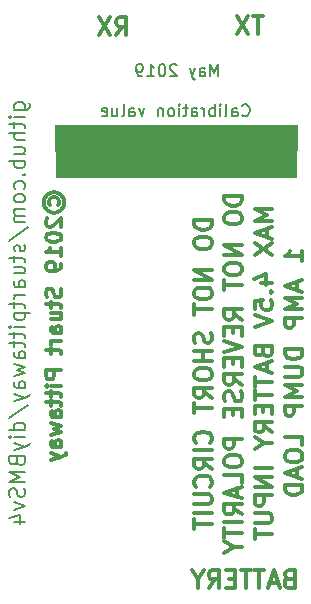
<source format=gbr>
G04 #@! TF.GenerationSoftware,KiCad,Pcbnew,(5.1.0)-1*
G04 #@! TF.CreationDate,2019-04-30T18:24:45+01:00*
G04 #@! TF.ProjectId,v4,76342e6b-6963-4616-945f-706362585858,rev?*
G04 #@! TF.SameCoordinates,Original*
G04 #@! TF.FileFunction,Legend,Bot*
G04 #@! TF.FilePolarity,Positive*
%FSLAX46Y46*%
G04 Gerber Fmt 4.6, Leading zero omitted, Abs format (unit mm)*
G04 Created by KiCad (PCBNEW (5.1.0)-1) date 2019-04-30 18:24:45*
%MOMM*%
%LPD*%
G04 APERTURE LIST*
%ADD10C,0.300000*%
%ADD11C,0.200000*%
%ADD12C,0.100000*%
G04 APERTURE END LIST*
D10*
X124260457Y-48366171D02*
X123403314Y-48366171D01*
X123831885Y-49866171D02*
X123831885Y-48366171D01*
X123046171Y-48366171D02*
X122046171Y-49866171D01*
X122046171Y-48366171D02*
X123046171Y-49866171D01*
X111867600Y-49966171D02*
X112367600Y-49251885D01*
X112724742Y-49966171D02*
X112724742Y-48466171D01*
X112153314Y-48466171D01*
X112010457Y-48537600D01*
X111939028Y-48609028D01*
X111867600Y-48751885D01*
X111867600Y-48966171D01*
X111939028Y-49109028D01*
X112010457Y-49180457D01*
X112153314Y-49251885D01*
X112724742Y-49251885D01*
X111367600Y-48466171D02*
X110367600Y-49966171D01*
X110367600Y-48466171D02*
X111367600Y-49966171D01*
D11*
X122523257Y-56741942D02*
X122570876Y-56789561D01*
X122713733Y-56837180D01*
X122808971Y-56837180D01*
X122951828Y-56789561D01*
X123047066Y-56694323D01*
X123094685Y-56599085D01*
X123142304Y-56408609D01*
X123142304Y-56265752D01*
X123094685Y-56075276D01*
X123047066Y-55980038D01*
X122951828Y-55884800D01*
X122808971Y-55837180D01*
X122713733Y-55837180D01*
X122570876Y-55884800D01*
X122523257Y-55932419D01*
X121666114Y-56837180D02*
X121666114Y-56313371D01*
X121713733Y-56218133D01*
X121808971Y-56170514D01*
X121999447Y-56170514D01*
X122094685Y-56218133D01*
X121666114Y-56789561D02*
X121761352Y-56837180D01*
X121999447Y-56837180D01*
X122094685Y-56789561D01*
X122142304Y-56694323D01*
X122142304Y-56599085D01*
X122094685Y-56503847D01*
X121999447Y-56456228D01*
X121761352Y-56456228D01*
X121666114Y-56408609D01*
X121047066Y-56837180D02*
X121142304Y-56789561D01*
X121189923Y-56694323D01*
X121189923Y-55837180D01*
X120666114Y-56837180D02*
X120666114Y-56170514D01*
X120666114Y-55837180D02*
X120713733Y-55884800D01*
X120666114Y-55932419D01*
X120618495Y-55884800D01*
X120666114Y-55837180D01*
X120666114Y-55932419D01*
X120189923Y-56837180D02*
X120189923Y-55837180D01*
X120189923Y-56218133D02*
X120094685Y-56170514D01*
X119904209Y-56170514D01*
X119808971Y-56218133D01*
X119761352Y-56265752D01*
X119713733Y-56360990D01*
X119713733Y-56646704D01*
X119761352Y-56741942D01*
X119808971Y-56789561D01*
X119904209Y-56837180D01*
X120094685Y-56837180D01*
X120189923Y-56789561D01*
X119285161Y-56837180D02*
X119285161Y-56170514D01*
X119285161Y-56360990D02*
X119237542Y-56265752D01*
X119189923Y-56218133D01*
X119094685Y-56170514D01*
X118999447Y-56170514D01*
X118237542Y-56837180D02*
X118237542Y-56313371D01*
X118285161Y-56218133D01*
X118380400Y-56170514D01*
X118570876Y-56170514D01*
X118666114Y-56218133D01*
X118237542Y-56789561D02*
X118332780Y-56837180D01*
X118570876Y-56837180D01*
X118666114Y-56789561D01*
X118713733Y-56694323D01*
X118713733Y-56599085D01*
X118666114Y-56503847D01*
X118570876Y-56456228D01*
X118332780Y-56456228D01*
X118237542Y-56408609D01*
X117904209Y-56170514D02*
X117523257Y-56170514D01*
X117761352Y-55837180D02*
X117761352Y-56694323D01*
X117713733Y-56789561D01*
X117618495Y-56837180D01*
X117523257Y-56837180D01*
X117189923Y-56837180D02*
X117189923Y-56170514D01*
X117189923Y-55837180D02*
X117237542Y-55884800D01*
X117189923Y-55932419D01*
X117142304Y-55884800D01*
X117189923Y-55837180D01*
X117189923Y-55932419D01*
X116570876Y-56837180D02*
X116666114Y-56789561D01*
X116713733Y-56741942D01*
X116761352Y-56646704D01*
X116761352Y-56360990D01*
X116713733Y-56265752D01*
X116666114Y-56218133D01*
X116570876Y-56170514D01*
X116428019Y-56170514D01*
X116332780Y-56218133D01*
X116285161Y-56265752D01*
X116237542Y-56360990D01*
X116237542Y-56646704D01*
X116285161Y-56741942D01*
X116332780Y-56789561D01*
X116428019Y-56837180D01*
X116570876Y-56837180D01*
X115808971Y-56170514D02*
X115808971Y-56837180D01*
X115808971Y-56265752D02*
X115761352Y-56218133D01*
X115666114Y-56170514D01*
X115523257Y-56170514D01*
X115428019Y-56218133D01*
X115380400Y-56313371D01*
X115380400Y-56837180D01*
X114237542Y-56170514D02*
X113999447Y-56837180D01*
X113761352Y-56170514D01*
X112951828Y-56837180D02*
X112951828Y-56313371D01*
X112999447Y-56218133D01*
X113094685Y-56170514D01*
X113285161Y-56170514D01*
X113380400Y-56218133D01*
X112951828Y-56789561D02*
X113047066Y-56837180D01*
X113285161Y-56837180D01*
X113380400Y-56789561D01*
X113428019Y-56694323D01*
X113428019Y-56599085D01*
X113380400Y-56503847D01*
X113285161Y-56456228D01*
X113047066Y-56456228D01*
X112951828Y-56408609D01*
X112332780Y-56837180D02*
X112428019Y-56789561D01*
X112475638Y-56694323D01*
X112475638Y-55837180D01*
X111523257Y-56170514D02*
X111523257Y-56837180D01*
X111951828Y-56170514D02*
X111951828Y-56694323D01*
X111904209Y-56789561D01*
X111808971Y-56837180D01*
X111666114Y-56837180D01*
X111570876Y-56789561D01*
X111523257Y-56741942D01*
X110666114Y-56789561D02*
X110761352Y-56837180D01*
X110951828Y-56837180D01*
X111047066Y-56789561D01*
X111094685Y-56694323D01*
X111094685Y-56313371D01*
X111047066Y-56218133D01*
X110951828Y-56170514D01*
X110761352Y-56170514D01*
X110666114Y-56218133D01*
X110618495Y-56313371D01*
X110618495Y-56408609D01*
X111094685Y-56503847D01*
D12*
G36*
X127103000Y-61987600D02*
G01*
X106732200Y-61987600D01*
X106669600Y-57553200D01*
X127142000Y-57553200D01*
X127103000Y-61987600D01*
G37*
X127103000Y-61987600D02*
X106732200Y-61987600D01*
X106669600Y-57553200D01*
X127142000Y-57553200D01*
X127103000Y-61987600D01*
D10*
X119971171Y-65623314D02*
X118471171Y-65623314D01*
X118471171Y-65980457D01*
X118542600Y-66194742D01*
X118685457Y-66337600D01*
X118828314Y-66409028D01*
X119114028Y-66480457D01*
X119328314Y-66480457D01*
X119614028Y-66409028D01*
X119756885Y-66337600D01*
X119899742Y-66194742D01*
X119971171Y-65980457D01*
X119971171Y-65623314D01*
X118471171Y-67409028D02*
X118471171Y-67694742D01*
X118542600Y-67837600D01*
X118685457Y-67980457D01*
X118971171Y-68051885D01*
X119471171Y-68051885D01*
X119756885Y-67980457D01*
X119899742Y-67837600D01*
X119971171Y-67694742D01*
X119971171Y-67409028D01*
X119899742Y-67266171D01*
X119756885Y-67123314D01*
X119471171Y-67051885D01*
X118971171Y-67051885D01*
X118685457Y-67123314D01*
X118542600Y-67266171D01*
X118471171Y-67409028D01*
X119971171Y-69837600D02*
X118471171Y-69837600D01*
X119971171Y-70694742D01*
X118471171Y-70694742D01*
X118471171Y-71694742D02*
X118471171Y-71980457D01*
X118542600Y-72123314D01*
X118685457Y-72266171D01*
X118971171Y-72337600D01*
X119471171Y-72337600D01*
X119756885Y-72266171D01*
X119899742Y-72123314D01*
X119971171Y-71980457D01*
X119971171Y-71694742D01*
X119899742Y-71551885D01*
X119756885Y-71409028D01*
X119471171Y-71337600D01*
X118971171Y-71337600D01*
X118685457Y-71409028D01*
X118542600Y-71551885D01*
X118471171Y-71694742D01*
X118471171Y-72766171D02*
X118471171Y-73623314D01*
X119971171Y-73194742D02*
X118471171Y-73194742D01*
X119899742Y-75194742D02*
X119971171Y-75409028D01*
X119971171Y-75766171D01*
X119899742Y-75909028D01*
X119828314Y-75980457D01*
X119685457Y-76051885D01*
X119542600Y-76051885D01*
X119399742Y-75980457D01*
X119328314Y-75909028D01*
X119256885Y-75766171D01*
X119185457Y-75480457D01*
X119114028Y-75337599D01*
X119042600Y-75266171D01*
X118899742Y-75194742D01*
X118756885Y-75194742D01*
X118614028Y-75266171D01*
X118542600Y-75337599D01*
X118471171Y-75480457D01*
X118471171Y-75837599D01*
X118542600Y-76051885D01*
X119971171Y-76694742D02*
X118471171Y-76694742D01*
X119185457Y-76694742D02*
X119185457Y-77551885D01*
X119971171Y-77551885D02*
X118471171Y-77551885D01*
X118471171Y-78551885D02*
X118471171Y-78837599D01*
X118542600Y-78980457D01*
X118685457Y-79123314D01*
X118971171Y-79194742D01*
X119471171Y-79194742D01*
X119756885Y-79123314D01*
X119899742Y-78980457D01*
X119971171Y-78837599D01*
X119971171Y-78551885D01*
X119899742Y-78409028D01*
X119756885Y-78266171D01*
X119471171Y-78194742D01*
X118971171Y-78194742D01*
X118685457Y-78266171D01*
X118542600Y-78409028D01*
X118471171Y-78551885D01*
X119971171Y-80694742D02*
X119256885Y-80194742D01*
X119971171Y-79837599D02*
X118471171Y-79837599D01*
X118471171Y-80409028D01*
X118542600Y-80551885D01*
X118614028Y-80623314D01*
X118756885Y-80694742D01*
X118971171Y-80694742D01*
X119114028Y-80623314D01*
X119185457Y-80551885D01*
X119256885Y-80409028D01*
X119256885Y-79837599D01*
X118471171Y-81123314D02*
X118471171Y-81980457D01*
X119971171Y-81551885D02*
X118471171Y-81551885D01*
X119828314Y-84480457D02*
X119899742Y-84409028D01*
X119971171Y-84194742D01*
X119971171Y-84051885D01*
X119899742Y-83837599D01*
X119756885Y-83694742D01*
X119614028Y-83623314D01*
X119328314Y-83551885D01*
X119114028Y-83551885D01*
X118828314Y-83623314D01*
X118685457Y-83694742D01*
X118542600Y-83837599D01*
X118471171Y-84051885D01*
X118471171Y-84194742D01*
X118542600Y-84409028D01*
X118614028Y-84480457D01*
X119971171Y-85123314D02*
X118471171Y-85123314D01*
X119971171Y-86694742D02*
X119256885Y-86194742D01*
X119971171Y-85837599D02*
X118471171Y-85837599D01*
X118471171Y-86409028D01*
X118542600Y-86551885D01*
X118614028Y-86623314D01*
X118756885Y-86694742D01*
X118971171Y-86694742D01*
X119114028Y-86623314D01*
X119185457Y-86551885D01*
X119256885Y-86409028D01*
X119256885Y-85837599D01*
X119828314Y-88194742D02*
X119899742Y-88123314D01*
X119971171Y-87909028D01*
X119971171Y-87766171D01*
X119899742Y-87551885D01*
X119756885Y-87409028D01*
X119614028Y-87337599D01*
X119328314Y-87266171D01*
X119114028Y-87266171D01*
X118828314Y-87337599D01*
X118685457Y-87409028D01*
X118542600Y-87551885D01*
X118471171Y-87766171D01*
X118471171Y-87909028D01*
X118542600Y-88123314D01*
X118614028Y-88194742D01*
X118471171Y-88837599D02*
X119685457Y-88837599D01*
X119828314Y-88909028D01*
X119899742Y-88980457D01*
X119971171Y-89123314D01*
X119971171Y-89409028D01*
X119899742Y-89551885D01*
X119828314Y-89623314D01*
X119685457Y-89694742D01*
X118471171Y-89694742D01*
X119971171Y-90409028D02*
X118471171Y-90409028D01*
X118471171Y-90909028D02*
X118471171Y-91766171D01*
X119971171Y-91337599D02*
X118471171Y-91337599D01*
X122521171Y-63551885D02*
X121021171Y-63551885D01*
X121021171Y-63909028D01*
X121092600Y-64123314D01*
X121235457Y-64266171D01*
X121378314Y-64337600D01*
X121664028Y-64409028D01*
X121878314Y-64409028D01*
X122164028Y-64337600D01*
X122306885Y-64266171D01*
X122449742Y-64123314D01*
X122521171Y-63909028D01*
X122521171Y-63551885D01*
X121021171Y-65337600D02*
X121021171Y-65623314D01*
X121092600Y-65766171D01*
X121235457Y-65909028D01*
X121521171Y-65980457D01*
X122021171Y-65980457D01*
X122306885Y-65909028D01*
X122449742Y-65766171D01*
X122521171Y-65623314D01*
X122521171Y-65337600D01*
X122449742Y-65194742D01*
X122306885Y-65051885D01*
X122021171Y-64980457D01*
X121521171Y-64980457D01*
X121235457Y-65051885D01*
X121092600Y-65194742D01*
X121021171Y-65337600D01*
X122521171Y-67766171D02*
X121021171Y-67766171D01*
X122521171Y-68623314D01*
X121021171Y-68623314D01*
X121021171Y-69623314D02*
X121021171Y-69909028D01*
X121092600Y-70051885D01*
X121235457Y-70194742D01*
X121521171Y-70266171D01*
X122021171Y-70266171D01*
X122306885Y-70194742D01*
X122449742Y-70051885D01*
X122521171Y-69909028D01*
X122521171Y-69623314D01*
X122449742Y-69480457D01*
X122306885Y-69337600D01*
X122021171Y-69266171D01*
X121521171Y-69266171D01*
X121235457Y-69337600D01*
X121092600Y-69480457D01*
X121021171Y-69623314D01*
X121021171Y-70694742D02*
X121021171Y-71551885D01*
X122521171Y-71123314D02*
X121021171Y-71123314D01*
X122521171Y-74051885D02*
X121806885Y-73551885D01*
X122521171Y-73194742D02*
X121021171Y-73194742D01*
X121021171Y-73766171D01*
X121092600Y-73909028D01*
X121164028Y-73980457D01*
X121306885Y-74051885D01*
X121521171Y-74051885D01*
X121664028Y-73980457D01*
X121735457Y-73909028D01*
X121806885Y-73766171D01*
X121806885Y-73194742D01*
X121735457Y-74694742D02*
X121735457Y-75194742D01*
X122521171Y-75409028D02*
X122521171Y-74694742D01*
X121021171Y-74694742D01*
X121021171Y-75409028D01*
X121021171Y-75837600D02*
X122521171Y-76337600D01*
X121021171Y-76837600D01*
X121735457Y-77337600D02*
X121735457Y-77837600D01*
X122521171Y-78051885D02*
X122521171Y-77337600D01*
X121021171Y-77337600D01*
X121021171Y-78051885D01*
X122521171Y-79551885D02*
X121806885Y-79051885D01*
X122521171Y-78694742D02*
X121021171Y-78694742D01*
X121021171Y-79266171D01*
X121092600Y-79409028D01*
X121164028Y-79480457D01*
X121306885Y-79551885D01*
X121521171Y-79551885D01*
X121664028Y-79480457D01*
X121735457Y-79409028D01*
X121806885Y-79266171D01*
X121806885Y-78694742D01*
X122449742Y-80123314D02*
X122521171Y-80337600D01*
X122521171Y-80694742D01*
X122449742Y-80837600D01*
X122378314Y-80909028D01*
X122235457Y-80980457D01*
X122092600Y-80980457D01*
X121949742Y-80909028D01*
X121878314Y-80837600D01*
X121806885Y-80694742D01*
X121735457Y-80409028D01*
X121664028Y-80266171D01*
X121592600Y-80194742D01*
X121449742Y-80123314D01*
X121306885Y-80123314D01*
X121164028Y-80194742D01*
X121092600Y-80266171D01*
X121021171Y-80409028D01*
X121021171Y-80766171D01*
X121092600Y-80980457D01*
X121735457Y-81623314D02*
X121735457Y-82123314D01*
X122521171Y-82337600D02*
X122521171Y-81623314D01*
X121021171Y-81623314D01*
X121021171Y-82337600D01*
X122521171Y-84123314D02*
X121021171Y-84123314D01*
X121021171Y-84694742D01*
X121092600Y-84837600D01*
X121164028Y-84909028D01*
X121306885Y-84980457D01*
X121521171Y-84980457D01*
X121664028Y-84909028D01*
X121735457Y-84837600D01*
X121806885Y-84694742D01*
X121806885Y-84123314D01*
X121021171Y-85909028D02*
X121021171Y-86194742D01*
X121092600Y-86337600D01*
X121235457Y-86480457D01*
X121521171Y-86551885D01*
X122021171Y-86551885D01*
X122306885Y-86480457D01*
X122449742Y-86337600D01*
X122521171Y-86194742D01*
X122521171Y-85909028D01*
X122449742Y-85766171D01*
X122306885Y-85623314D01*
X122021171Y-85551885D01*
X121521171Y-85551885D01*
X121235457Y-85623314D01*
X121092600Y-85766171D01*
X121021171Y-85909028D01*
X122521171Y-87909028D02*
X122521171Y-87194742D01*
X121021171Y-87194742D01*
X122092600Y-88337600D02*
X122092600Y-89051885D01*
X122521171Y-88194742D02*
X121021171Y-88694742D01*
X122521171Y-89194742D01*
X122521171Y-90551885D02*
X121806885Y-90051885D01*
X122521171Y-89694742D02*
X121021171Y-89694742D01*
X121021171Y-90266171D01*
X121092600Y-90409028D01*
X121164028Y-90480457D01*
X121306885Y-90551885D01*
X121521171Y-90551885D01*
X121664028Y-90480457D01*
X121735457Y-90409028D01*
X121806885Y-90266171D01*
X121806885Y-89694742D01*
X122521171Y-91194742D02*
X121021171Y-91194742D01*
X121021171Y-91694742D02*
X121021171Y-92551885D01*
X122521171Y-92123314D02*
X121021171Y-92123314D01*
X121806885Y-93337600D02*
X122521171Y-93337600D01*
X121021171Y-92837600D02*
X121806885Y-93337600D01*
X121021171Y-93837600D01*
X125071171Y-64730457D02*
X123571171Y-64730457D01*
X124642600Y-65230457D01*
X123571171Y-65730457D01*
X125071171Y-65730457D01*
X124642600Y-66373314D02*
X124642600Y-67087600D01*
X125071171Y-66230457D02*
X123571171Y-66730457D01*
X125071171Y-67230457D01*
X123571171Y-67587600D02*
X125071171Y-68587600D01*
X123571171Y-68587600D02*
X125071171Y-67587600D01*
X124071171Y-70944742D02*
X125071171Y-70944742D01*
X123499742Y-70587600D02*
X124571171Y-70230457D01*
X124571171Y-71159028D01*
X124928314Y-71730457D02*
X124999742Y-71801885D01*
X125071171Y-71730457D01*
X124999742Y-71659028D01*
X124928314Y-71730457D01*
X125071171Y-71730457D01*
X123571171Y-73159028D02*
X123571171Y-72444742D01*
X124285457Y-72373314D01*
X124214028Y-72444742D01*
X124142600Y-72587600D01*
X124142600Y-72944742D01*
X124214028Y-73087600D01*
X124285457Y-73159028D01*
X124428314Y-73230457D01*
X124785457Y-73230457D01*
X124928314Y-73159028D01*
X124999742Y-73087600D01*
X125071171Y-72944742D01*
X125071171Y-72587600D01*
X124999742Y-72444742D01*
X124928314Y-72373314D01*
X123571171Y-73659028D02*
X125071171Y-74159028D01*
X123571171Y-74659028D01*
X124285457Y-76801885D02*
X124356885Y-77016171D01*
X124428314Y-77087600D01*
X124571171Y-77159028D01*
X124785457Y-77159028D01*
X124928314Y-77087600D01*
X124999742Y-77016171D01*
X125071171Y-76873314D01*
X125071171Y-76301885D01*
X123571171Y-76301885D01*
X123571171Y-76801885D01*
X123642600Y-76944742D01*
X123714028Y-77016171D01*
X123856885Y-77087600D01*
X123999742Y-77087600D01*
X124142600Y-77016171D01*
X124214028Y-76944742D01*
X124285457Y-76801885D01*
X124285457Y-76301885D01*
X124642600Y-77730457D02*
X124642600Y-78444742D01*
X125071171Y-77587600D02*
X123571171Y-78087600D01*
X125071171Y-78587600D01*
X123571171Y-78873314D02*
X123571171Y-79730457D01*
X125071171Y-79301885D02*
X123571171Y-79301885D01*
X123571171Y-80016171D02*
X123571171Y-80873314D01*
X125071171Y-80444742D02*
X123571171Y-80444742D01*
X124285457Y-81373314D02*
X124285457Y-81873314D01*
X125071171Y-82087600D02*
X125071171Y-81373314D01*
X123571171Y-81373314D01*
X123571171Y-82087600D01*
X125071171Y-83587600D02*
X124356885Y-83087600D01*
X125071171Y-82730457D02*
X123571171Y-82730457D01*
X123571171Y-83301885D01*
X123642600Y-83444742D01*
X123714028Y-83516171D01*
X123856885Y-83587600D01*
X124071171Y-83587600D01*
X124214028Y-83516171D01*
X124285457Y-83444742D01*
X124356885Y-83301885D01*
X124356885Y-82730457D01*
X124356885Y-84516171D02*
X125071171Y-84516171D01*
X123571171Y-84016171D02*
X124356885Y-84516171D01*
X123571171Y-85016171D01*
X125071171Y-86659028D02*
X123571171Y-86659028D01*
X125071171Y-87373314D02*
X123571171Y-87373314D01*
X125071171Y-88230457D01*
X123571171Y-88230457D01*
X125071171Y-88944742D02*
X123571171Y-88944742D01*
X123571171Y-89516171D01*
X123642600Y-89659028D01*
X123714028Y-89730457D01*
X123856885Y-89801885D01*
X124071171Y-89801885D01*
X124214028Y-89730457D01*
X124285457Y-89659028D01*
X124356885Y-89516171D01*
X124356885Y-88944742D01*
X123571171Y-90444742D02*
X124785457Y-90444742D01*
X124928314Y-90516171D01*
X124999742Y-90587600D01*
X125071171Y-90730457D01*
X125071171Y-91016171D01*
X124999742Y-91159028D01*
X124928314Y-91230457D01*
X124785457Y-91301885D01*
X123571171Y-91301885D01*
X123571171Y-91801885D02*
X123571171Y-92659028D01*
X125071171Y-92230457D02*
X123571171Y-92230457D01*
X127621171Y-69123314D02*
X127621171Y-68266171D01*
X127621171Y-68694742D02*
X126121171Y-68694742D01*
X126335457Y-68551885D01*
X126478314Y-68409028D01*
X126549742Y-68266171D01*
X127192600Y-70837600D02*
X127192600Y-71551885D01*
X127621171Y-70694742D02*
X126121171Y-71194742D01*
X127621171Y-71694742D01*
X127621171Y-72194742D02*
X126121171Y-72194742D01*
X127192600Y-72694742D01*
X126121171Y-73194742D01*
X127621171Y-73194742D01*
X127621171Y-73909028D02*
X126121171Y-73909028D01*
X126121171Y-74480457D01*
X126192600Y-74623314D01*
X126264028Y-74694742D01*
X126406885Y-74766171D01*
X126621171Y-74766171D01*
X126764028Y-74694742D01*
X126835457Y-74623314D01*
X126906885Y-74480457D01*
X126906885Y-73909028D01*
X127621171Y-76551885D02*
X126121171Y-76551885D01*
X126121171Y-76909028D01*
X126192600Y-77123314D01*
X126335457Y-77266171D01*
X126478314Y-77337600D01*
X126764028Y-77409028D01*
X126978314Y-77409028D01*
X127264028Y-77337600D01*
X127406885Y-77266171D01*
X127549742Y-77123314D01*
X127621171Y-76909028D01*
X127621171Y-76551885D01*
X126121171Y-78051885D02*
X127335457Y-78051885D01*
X127478314Y-78123314D01*
X127549742Y-78194742D01*
X127621171Y-78337600D01*
X127621171Y-78623314D01*
X127549742Y-78766171D01*
X127478314Y-78837600D01*
X127335457Y-78909028D01*
X126121171Y-78909028D01*
X127621171Y-79623314D02*
X126121171Y-79623314D01*
X127192600Y-80123314D01*
X126121171Y-80623314D01*
X127621171Y-80623314D01*
X127621171Y-81337600D02*
X126121171Y-81337600D01*
X126121171Y-81909028D01*
X126192600Y-82051885D01*
X126264028Y-82123314D01*
X126406885Y-82194742D01*
X126621171Y-82194742D01*
X126764028Y-82123314D01*
X126835457Y-82051885D01*
X126906885Y-81909028D01*
X126906885Y-81337600D01*
X127621171Y-84694742D02*
X127621171Y-83980457D01*
X126121171Y-83980457D01*
X126121171Y-85480457D02*
X126121171Y-85766171D01*
X126192600Y-85909028D01*
X126335457Y-86051885D01*
X126621171Y-86123314D01*
X127121171Y-86123314D01*
X127406885Y-86051885D01*
X127549742Y-85909028D01*
X127621171Y-85766171D01*
X127621171Y-85480457D01*
X127549742Y-85337600D01*
X127406885Y-85194742D01*
X127121171Y-85123314D01*
X126621171Y-85123314D01*
X126335457Y-85194742D01*
X126192600Y-85337600D01*
X126121171Y-85480457D01*
X127192600Y-86694742D02*
X127192600Y-87409028D01*
X127621171Y-86551885D02*
X126121171Y-87051885D01*
X127621171Y-87551885D01*
X127621171Y-88051885D02*
X126121171Y-88051885D01*
X126121171Y-88409028D01*
X126192600Y-88623314D01*
X126335457Y-88766171D01*
X126478314Y-88837600D01*
X126764028Y-88909028D01*
X126978314Y-88909028D01*
X127264028Y-88837600D01*
X127406885Y-88766171D01*
X127549742Y-88623314D01*
X127621171Y-88409028D01*
X127621171Y-88051885D01*
D11*
X120490457Y-53439980D02*
X120490457Y-52439980D01*
X120157123Y-53154266D01*
X119823790Y-52439980D01*
X119823790Y-53439980D01*
X118919028Y-53439980D02*
X118919028Y-52916171D01*
X118966647Y-52820933D01*
X119061885Y-52773314D01*
X119252361Y-52773314D01*
X119347600Y-52820933D01*
X118919028Y-53392361D02*
X119014266Y-53439980D01*
X119252361Y-53439980D01*
X119347600Y-53392361D01*
X119395219Y-53297123D01*
X119395219Y-53201885D01*
X119347600Y-53106647D01*
X119252361Y-53059028D01*
X119014266Y-53059028D01*
X118919028Y-53011409D01*
X118538076Y-52773314D02*
X118299980Y-53439980D01*
X118061885Y-52773314D02*
X118299980Y-53439980D01*
X118395219Y-53678076D01*
X118442838Y-53725695D01*
X118538076Y-53773314D01*
X116966647Y-52535219D02*
X116919028Y-52487600D01*
X116823790Y-52439980D01*
X116585695Y-52439980D01*
X116490457Y-52487600D01*
X116442838Y-52535219D01*
X116395219Y-52630457D01*
X116395219Y-52725695D01*
X116442838Y-52868552D01*
X117014266Y-53439980D01*
X116395219Y-53439980D01*
X115776171Y-52439980D02*
X115680933Y-52439980D01*
X115585695Y-52487600D01*
X115538076Y-52535219D01*
X115490457Y-52630457D01*
X115442838Y-52820933D01*
X115442838Y-53059028D01*
X115490457Y-53249504D01*
X115538076Y-53344742D01*
X115585695Y-53392361D01*
X115680933Y-53439980D01*
X115776171Y-53439980D01*
X115871409Y-53392361D01*
X115919028Y-53344742D01*
X115966647Y-53249504D01*
X116014266Y-53059028D01*
X116014266Y-52820933D01*
X115966647Y-52630457D01*
X115919028Y-52535219D01*
X115871409Y-52487600D01*
X115776171Y-52439980D01*
X114490457Y-53439980D02*
X115061885Y-53439980D01*
X114776171Y-53439980D02*
X114776171Y-52439980D01*
X114871409Y-52582838D01*
X114966647Y-52678076D01*
X115061885Y-52725695D01*
X114014266Y-53439980D02*
X113823790Y-53439980D01*
X113728552Y-53392361D01*
X113680933Y-53344742D01*
X113585695Y-53201885D01*
X113538076Y-53011409D01*
X113538076Y-52630457D01*
X113585695Y-52535219D01*
X113633314Y-52487600D01*
X113728552Y-52439980D01*
X113919028Y-52439980D01*
X114014266Y-52487600D01*
X114061885Y-52535219D01*
X114109504Y-52630457D01*
X114109504Y-52868552D01*
X114061885Y-52963790D01*
X114014266Y-53011409D01*
X113919028Y-53059028D01*
X113728552Y-53059028D01*
X113633314Y-53011409D01*
X113585695Y-52963790D01*
X113538076Y-52868552D01*
D10*
X126467600Y-95980457D02*
X126253314Y-96051885D01*
X126181885Y-96123314D01*
X126110457Y-96266171D01*
X126110457Y-96480457D01*
X126181885Y-96623314D01*
X126253314Y-96694742D01*
X126396171Y-96766171D01*
X126967600Y-96766171D01*
X126967600Y-95266171D01*
X126467600Y-95266171D01*
X126324742Y-95337600D01*
X126253314Y-95409028D01*
X126181885Y-95551885D01*
X126181885Y-95694742D01*
X126253314Y-95837600D01*
X126324742Y-95909028D01*
X126467600Y-95980457D01*
X126967600Y-95980457D01*
X125539028Y-96337600D02*
X124824742Y-96337600D01*
X125681885Y-96766171D02*
X125181885Y-95266171D01*
X124681885Y-96766171D01*
X124396171Y-95266171D02*
X123539028Y-95266171D01*
X123967600Y-96766171D02*
X123967600Y-95266171D01*
X123253314Y-95266171D02*
X122396171Y-95266171D01*
X122824742Y-96766171D02*
X122824742Y-95266171D01*
X121896171Y-95980457D02*
X121396171Y-95980457D01*
X121181885Y-96766171D02*
X121896171Y-96766171D01*
X121896171Y-95266171D01*
X121181885Y-95266171D01*
X119681885Y-96766171D02*
X120181885Y-96051885D01*
X120539028Y-96766171D02*
X120539028Y-95266171D01*
X119967600Y-95266171D01*
X119824742Y-95337600D01*
X119753314Y-95409028D01*
X119681885Y-95551885D01*
X119681885Y-95766171D01*
X119753314Y-95909028D01*
X119824742Y-95980457D01*
X119967600Y-96051885D01*
X120539028Y-96051885D01*
X118753314Y-96051885D02*
X118753314Y-96766171D01*
X119253314Y-95266171D02*
X118753314Y-96051885D01*
X118253314Y-95266171D01*
D11*
X103239028Y-56278076D02*
X104291409Y-56278076D01*
X104415219Y-56216171D01*
X104477123Y-56154266D01*
X104539028Y-56030457D01*
X104539028Y-55844742D01*
X104477123Y-55720933D01*
X104043790Y-56278076D02*
X104105695Y-56154266D01*
X104105695Y-55906647D01*
X104043790Y-55782838D01*
X103981885Y-55720933D01*
X103858076Y-55659028D01*
X103486647Y-55659028D01*
X103362838Y-55720933D01*
X103300933Y-55782838D01*
X103239028Y-55906647D01*
X103239028Y-56154266D01*
X103300933Y-56278076D01*
X104105695Y-56897123D02*
X103239028Y-56897123D01*
X102805695Y-56897123D02*
X102867600Y-56835219D01*
X102929504Y-56897123D01*
X102867600Y-56959028D01*
X102805695Y-56897123D01*
X102929504Y-56897123D01*
X103239028Y-57330457D02*
X103239028Y-57825695D01*
X102805695Y-57516171D02*
X103919980Y-57516171D01*
X104043790Y-57578076D01*
X104105695Y-57701885D01*
X104105695Y-57825695D01*
X104105695Y-58259028D02*
X102805695Y-58259028D01*
X104105695Y-58816171D02*
X103424742Y-58816171D01*
X103300933Y-58754266D01*
X103239028Y-58630457D01*
X103239028Y-58444742D01*
X103300933Y-58320933D01*
X103362838Y-58259028D01*
X103239028Y-59992361D02*
X104105695Y-59992361D01*
X103239028Y-59435219D02*
X103919980Y-59435219D01*
X104043790Y-59497123D01*
X104105695Y-59620933D01*
X104105695Y-59806647D01*
X104043790Y-59930457D01*
X103981885Y-59992361D01*
X104105695Y-60611409D02*
X102805695Y-60611409D01*
X103300933Y-60611409D02*
X103239028Y-60735219D01*
X103239028Y-60982838D01*
X103300933Y-61106647D01*
X103362838Y-61168552D01*
X103486647Y-61230457D01*
X103858076Y-61230457D01*
X103981885Y-61168552D01*
X104043790Y-61106647D01*
X104105695Y-60982838D01*
X104105695Y-60735219D01*
X104043790Y-60611409D01*
X103981885Y-61787600D02*
X104043790Y-61849504D01*
X104105695Y-61787600D01*
X104043790Y-61725695D01*
X103981885Y-61787600D01*
X104105695Y-61787600D01*
X104043790Y-62963790D02*
X104105695Y-62839980D01*
X104105695Y-62592361D01*
X104043790Y-62468552D01*
X103981885Y-62406647D01*
X103858076Y-62344742D01*
X103486647Y-62344742D01*
X103362838Y-62406647D01*
X103300933Y-62468552D01*
X103239028Y-62592361D01*
X103239028Y-62839980D01*
X103300933Y-62963790D01*
X104105695Y-63706647D02*
X104043790Y-63582838D01*
X103981885Y-63520933D01*
X103858076Y-63459028D01*
X103486647Y-63459028D01*
X103362838Y-63520933D01*
X103300933Y-63582838D01*
X103239028Y-63706647D01*
X103239028Y-63892361D01*
X103300933Y-64016171D01*
X103362838Y-64078076D01*
X103486647Y-64139980D01*
X103858076Y-64139980D01*
X103981885Y-64078076D01*
X104043790Y-64016171D01*
X104105695Y-63892361D01*
X104105695Y-63706647D01*
X104105695Y-64697123D02*
X103239028Y-64697123D01*
X103362838Y-64697123D02*
X103300933Y-64759028D01*
X103239028Y-64882838D01*
X103239028Y-65068552D01*
X103300933Y-65192361D01*
X103424742Y-65254266D01*
X104105695Y-65254266D01*
X103424742Y-65254266D02*
X103300933Y-65316171D01*
X103239028Y-65439980D01*
X103239028Y-65625695D01*
X103300933Y-65749504D01*
X103424742Y-65811409D01*
X104105695Y-65811409D01*
X102743790Y-67359028D02*
X104415219Y-66244742D01*
X104043790Y-67730457D02*
X104105695Y-67854266D01*
X104105695Y-68101885D01*
X104043790Y-68225695D01*
X103919980Y-68287600D01*
X103858076Y-68287600D01*
X103734266Y-68225695D01*
X103672361Y-68101885D01*
X103672361Y-67916171D01*
X103610457Y-67792361D01*
X103486647Y-67730457D01*
X103424742Y-67730457D01*
X103300933Y-67792361D01*
X103239028Y-67916171D01*
X103239028Y-68101885D01*
X103300933Y-68225695D01*
X103239028Y-68659028D02*
X103239028Y-69154266D01*
X102805695Y-68844742D02*
X103919980Y-68844742D01*
X104043790Y-68906647D01*
X104105695Y-69030457D01*
X104105695Y-69154266D01*
X103239028Y-70144742D02*
X104105695Y-70144742D01*
X103239028Y-69587600D02*
X103919980Y-69587600D01*
X104043790Y-69649504D01*
X104105695Y-69773314D01*
X104105695Y-69959028D01*
X104043790Y-70082838D01*
X103981885Y-70144742D01*
X104105695Y-71320933D02*
X103424742Y-71320933D01*
X103300933Y-71259028D01*
X103239028Y-71135219D01*
X103239028Y-70887600D01*
X103300933Y-70763790D01*
X104043790Y-71320933D02*
X104105695Y-71197123D01*
X104105695Y-70887600D01*
X104043790Y-70763790D01*
X103919980Y-70701885D01*
X103796171Y-70701885D01*
X103672361Y-70763790D01*
X103610457Y-70887600D01*
X103610457Y-71197123D01*
X103548552Y-71320933D01*
X104105695Y-71939980D02*
X103239028Y-71939980D01*
X103486647Y-71939980D02*
X103362838Y-72001885D01*
X103300933Y-72063790D01*
X103239028Y-72187600D01*
X103239028Y-72311409D01*
X103239028Y-72559028D02*
X103239028Y-73054266D01*
X102805695Y-72744742D02*
X103919980Y-72744742D01*
X104043790Y-72806647D01*
X104105695Y-72930457D01*
X104105695Y-73054266D01*
X103239028Y-73487600D02*
X104539028Y-73487600D01*
X103300933Y-73487600D02*
X103239028Y-73611409D01*
X103239028Y-73859028D01*
X103300933Y-73982838D01*
X103362838Y-74044742D01*
X103486647Y-74106647D01*
X103858076Y-74106647D01*
X103981885Y-74044742D01*
X104043790Y-73982838D01*
X104105695Y-73859028D01*
X104105695Y-73611409D01*
X104043790Y-73487600D01*
X104105695Y-74663790D02*
X103239028Y-74663790D01*
X102805695Y-74663790D02*
X102867600Y-74601885D01*
X102929504Y-74663790D01*
X102867600Y-74725695D01*
X102805695Y-74663790D01*
X102929504Y-74663790D01*
X103239028Y-75097123D02*
X103239028Y-75592361D01*
X102805695Y-75282838D02*
X103919980Y-75282838D01*
X104043790Y-75344742D01*
X104105695Y-75468552D01*
X104105695Y-75592361D01*
X103239028Y-75839980D02*
X103239028Y-76335219D01*
X102805695Y-76025695D02*
X103919980Y-76025695D01*
X104043790Y-76087600D01*
X104105695Y-76211409D01*
X104105695Y-76335219D01*
X104105695Y-77325695D02*
X103424742Y-77325695D01*
X103300933Y-77263790D01*
X103239028Y-77139980D01*
X103239028Y-76892361D01*
X103300933Y-76768552D01*
X104043790Y-77325695D02*
X104105695Y-77201885D01*
X104105695Y-76892361D01*
X104043790Y-76768552D01*
X103919980Y-76706647D01*
X103796171Y-76706647D01*
X103672361Y-76768552D01*
X103610457Y-76892361D01*
X103610457Y-77201885D01*
X103548552Y-77325695D01*
X103239028Y-77820933D02*
X104105695Y-78068552D01*
X103486647Y-78316171D01*
X104105695Y-78563790D01*
X103239028Y-78811409D01*
X104105695Y-79863790D02*
X103424742Y-79863790D01*
X103300933Y-79801885D01*
X103239028Y-79678076D01*
X103239028Y-79430457D01*
X103300933Y-79306647D01*
X104043790Y-79863790D02*
X104105695Y-79739980D01*
X104105695Y-79430457D01*
X104043790Y-79306647D01*
X103919980Y-79244742D01*
X103796171Y-79244742D01*
X103672361Y-79306647D01*
X103610457Y-79430457D01*
X103610457Y-79739980D01*
X103548552Y-79863790D01*
X103239028Y-80359028D02*
X104105695Y-80668552D01*
X103239028Y-80978076D02*
X104105695Y-80668552D01*
X104415219Y-80544742D01*
X104477123Y-80482838D01*
X104539028Y-80359028D01*
X102743790Y-82401885D02*
X104415219Y-81287600D01*
X104105695Y-83392361D02*
X102805695Y-83392361D01*
X104043790Y-83392361D02*
X104105695Y-83268552D01*
X104105695Y-83020933D01*
X104043790Y-82897123D01*
X103981885Y-82835219D01*
X103858076Y-82773314D01*
X103486647Y-82773314D01*
X103362838Y-82835219D01*
X103300933Y-82897123D01*
X103239028Y-83020933D01*
X103239028Y-83268552D01*
X103300933Y-83392361D01*
X104105695Y-84011409D02*
X103239028Y-84011409D01*
X102805695Y-84011409D02*
X102867600Y-83949504D01*
X102929504Y-84011409D01*
X102867600Y-84073314D01*
X102805695Y-84011409D01*
X102929504Y-84011409D01*
X103239028Y-84506647D02*
X104105695Y-84816171D01*
X103239028Y-85125695D02*
X104105695Y-84816171D01*
X104415219Y-84692361D01*
X104477123Y-84630457D01*
X104539028Y-84506647D01*
X103424742Y-86054266D02*
X103486647Y-86239980D01*
X103548552Y-86301885D01*
X103672361Y-86363790D01*
X103858076Y-86363790D01*
X103981885Y-86301885D01*
X104043790Y-86239980D01*
X104105695Y-86116171D01*
X104105695Y-85620933D01*
X102805695Y-85620933D01*
X102805695Y-86054266D01*
X102867600Y-86178076D01*
X102929504Y-86239980D01*
X103053314Y-86301885D01*
X103177123Y-86301885D01*
X103300933Y-86239980D01*
X103362838Y-86178076D01*
X103424742Y-86054266D01*
X103424742Y-85620933D01*
X104105695Y-86920933D02*
X102805695Y-86920933D01*
X103734266Y-87354266D01*
X102805695Y-87787600D01*
X104105695Y-87787600D01*
X104043790Y-88344742D02*
X104105695Y-88530457D01*
X104105695Y-88839980D01*
X104043790Y-88963790D01*
X103981885Y-89025695D01*
X103858076Y-89087600D01*
X103734266Y-89087600D01*
X103610457Y-89025695D01*
X103548552Y-88963790D01*
X103486647Y-88839980D01*
X103424742Y-88592361D01*
X103362838Y-88468552D01*
X103300933Y-88406647D01*
X103177123Y-88344742D01*
X103053314Y-88344742D01*
X102929504Y-88406647D01*
X102867600Y-88468552D01*
X102805695Y-88592361D01*
X102805695Y-88901885D01*
X102867600Y-89087600D01*
X103239028Y-89520933D02*
X104105695Y-89830457D01*
X103239028Y-90139980D01*
X103239028Y-91192361D02*
X104105695Y-91192361D01*
X102743790Y-90882838D02*
X103672361Y-90573314D01*
X103672361Y-91378076D01*
D10*
X106215219Y-64373314D02*
X106153314Y-64249504D01*
X106153314Y-64001885D01*
X106215219Y-63878076D01*
X106339028Y-63754266D01*
X106462838Y-63692361D01*
X106710457Y-63692361D01*
X106834266Y-63754266D01*
X106958076Y-63878076D01*
X107019980Y-64001885D01*
X107019980Y-64249504D01*
X106958076Y-64373314D01*
X105719980Y-64125695D02*
X105781885Y-63816171D01*
X105967600Y-63506647D01*
X106277123Y-63320933D01*
X106586647Y-63259028D01*
X106896171Y-63320933D01*
X107205695Y-63506647D01*
X107391409Y-63816171D01*
X107453314Y-64125695D01*
X107391409Y-64435219D01*
X107205695Y-64744742D01*
X106896171Y-64930457D01*
X106586647Y-64992361D01*
X106277123Y-64930457D01*
X105967600Y-64744742D01*
X105781885Y-64435219D01*
X105719980Y-64125695D01*
X106029504Y-65487600D02*
X105967600Y-65549504D01*
X105905695Y-65673314D01*
X105905695Y-65982838D01*
X105967600Y-66106647D01*
X106029504Y-66168552D01*
X106153314Y-66230457D01*
X106277123Y-66230457D01*
X106462838Y-66168552D01*
X107205695Y-65425695D01*
X107205695Y-66230457D01*
X105905695Y-67035219D02*
X105905695Y-67159028D01*
X105967600Y-67282838D01*
X106029504Y-67344742D01*
X106153314Y-67406647D01*
X106400933Y-67468552D01*
X106710457Y-67468552D01*
X106958076Y-67406647D01*
X107081885Y-67344742D01*
X107143790Y-67282838D01*
X107205695Y-67159028D01*
X107205695Y-67035219D01*
X107143790Y-66911409D01*
X107081885Y-66849504D01*
X106958076Y-66787600D01*
X106710457Y-66725695D01*
X106400933Y-66725695D01*
X106153314Y-66787600D01*
X106029504Y-66849504D01*
X105967600Y-66911409D01*
X105905695Y-67035219D01*
X107205695Y-68706647D02*
X107205695Y-67963790D01*
X107205695Y-68335219D02*
X105905695Y-68335219D01*
X106091409Y-68211409D01*
X106215219Y-68087600D01*
X106277123Y-67963790D01*
X107205695Y-69325695D02*
X107205695Y-69573314D01*
X107143790Y-69697123D01*
X107081885Y-69759028D01*
X106896171Y-69882838D01*
X106648552Y-69944742D01*
X106153314Y-69944742D01*
X106029504Y-69882838D01*
X105967600Y-69820933D01*
X105905695Y-69697123D01*
X105905695Y-69449504D01*
X105967600Y-69325695D01*
X106029504Y-69263790D01*
X106153314Y-69201885D01*
X106462838Y-69201885D01*
X106586647Y-69263790D01*
X106648552Y-69325695D01*
X106710457Y-69449504D01*
X106710457Y-69697123D01*
X106648552Y-69820933D01*
X106586647Y-69882838D01*
X106462838Y-69944742D01*
X107143790Y-71430457D02*
X107205695Y-71616171D01*
X107205695Y-71925695D01*
X107143790Y-72049504D01*
X107081885Y-72111409D01*
X106958076Y-72173314D01*
X106834266Y-72173314D01*
X106710457Y-72111409D01*
X106648552Y-72049504D01*
X106586647Y-71925695D01*
X106524742Y-71678076D01*
X106462838Y-71554266D01*
X106400933Y-71492361D01*
X106277123Y-71430457D01*
X106153314Y-71430457D01*
X106029504Y-71492361D01*
X105967600Y-71554266D01*
X105905695Y-71678076D01*
X105905695Y-71987600D01*
X105967600Y-72173314D01*
X106339028Y-72544742D02*
X106339028Y-73039980D01*
X105905695Y-72730457D02*
X107019980Y-72730457D01*
X107143790Y-72792361D01*
X107205695Y-72916171D01*
X107205695Y-73039980D01*
X106339028Y-74030457D02*
X107205695Y-74030457D01*
X106339028Y-73473314D02*
X107019980Y-73473314D01*
X107143790Y-73535219D01*
X107205695Y-73659028D01*
X107205695Y-73844742D01*
X107143790Y-73968552D01*
X107081885Y-74030457D01*
X107205695Y-75206647D02*
X106524742Y-75206647D01*
X106400933Y-75144742D01*
X106339028Y-75020933D01*
X106339028Y-74773314D01*
X106400933Y-74649504D01*
X107143790Y-75206647D02*
X107205695Y-75082838D01*
X107205695Y-74773314D01*
X107143790Y-74649504D01*
X107019980Y-74587600D01*
X106896171Y-74587600D01*
X106772361Y-74649504D01*
X106710457Y-74773314D01*
X106710457Y-75082838D01*
X106648552Y-75206647D01*
X107205695Y-75825695D02*
X106339028Y-75825695D01*
X106586647Y-75825695D02*
X106462838Y-75887600D01*
X106400933Y-75949504D01*
X106339028Y-76073314D01*
X106339028Y-76197123D01*
X106339028Y-76444742D02*
X106339028Y-76939980D01*
X105905695Y-76630457D02*
X107019980Y-76630457D01*
X107143790Y-76692361D01*
X107205695Y-76816171D01*
X107205695Y-76939980D01*
X107205695Y-78363790D02*
X105905695Y-78363790D01*
X105905695Y-78859028D01*
X105967600Y-78982838D01*
X106029504Y-79044742D01*
X106153314Y-79106647D01*
X106339028Y-79106647D01*
X106462838Y-79044742D01*
X106524742Y-78982838D01*
X106586647Y-78859028D01*
X106586647Y-78363790D01*
X107205695Y-79663790D02*
X106339028Y-79663790D01*
X105905695Y-79663790D02*
X105967600Y-79601885D01*
X106029504Y-79663790D01*
X105967600Y-79725695D01*
X105905695Y-79663790D01*
X106029504Y-79663790D01*
X106339028Y-80097123D02*
X106339028Y-80592361D01*
X105905695Y-80282838D02*
X107019980Y-80282838D01*
X107143790Y-80344742D01*
X107205695Y-80468552D01*
X107205695Y-80592361D01*
X106339028Y-80839980D02*
X106339028Y-81335219D01*
X105905695Y-81025695D02*
X107019980Y-81025695D01*
X107143790Y-81087600D01*
X107205695Y-81211409D01*
X107205695Y-81335219D01*
X107205695Y-82325695D02*
X106524742Y-82325695D01*
X106400933Y-82263790D01*
X106339028Y-82139980D01*
X106339028Y-81892361D01*
X106400933Y-81768552D01*
X107143790Y-82325695D02*
X107205695Y-82201885D01*
X107205695Y-81892361D01*
X107143790Y-81768552D01*
X107019980Y-81706647D01*
X106896171Y-81706647D01*
X106772361Y-81768552D01*
X106710457Y-81892361D01*
X106710457Y-82201885D01*
X106648552Y-82325695D01*
X106339028Y-82820933D02*
X107205695Y-83068552D01*
X106586647Y-83316171D01*
X107205695Y-83563790D01*
X106339028Y-83811409D01*
X107205695Y-84863790D02*
X106524742Y-84863790D01*
X106400933Y-84801885D01*
X106339028Y-84678076D01*
X106339028Y-84430457D01*
X106400933Y-84306647D01*
X107143790Y-84863790D02*
X107205695Y-84739980D01*
X107205695Y-84430457D01*
X107143790Y-84306647D01*
X107019980Y-84244742D01*
X106896171Y-84244742D01*
X106772361Y-84306647D01*
X106710457Y-84430457D01*
X106710457Y-84739980D01*
X106648552Y-84863790D01*
X106339028Y-85359028D02*
X107205695Y-85668552D01*
X106339028Y-85978076D02*
X107205695Y-85668552D01*
X107515219Y-85544742D01*
X107577123Y-85482838D01*
X107639028Y-85359028D01*
M02*

</source>
